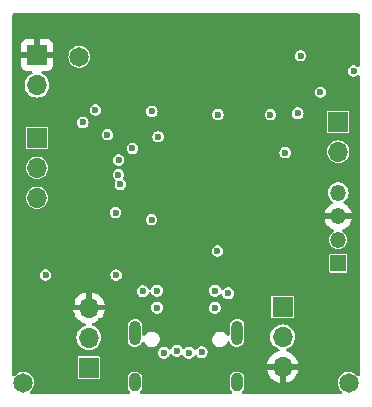
<source format=gbr>
%TF.GenerationSoftware,KiCad,Pcbnew,7.0.6-rc3*%
%TF.CreationDate,2023-07-14T23:43:47-04:00*%
%TF.ProjectId,esp,6573702e-6b69-4636-9164-5f7063625858,rev?*%
%TF.SameCoordinates,Original*%
%TF.FileFunction,Copper,L2,Inr*%
%TF.FilePolarity,Positive*%
%FSLAX46Y46*%
G04 Gerber Fmt 4.6, Leading zero omitted, Abs format (unit mm)*
G04 Created by KiCad (PCBNEW 7.0.6-rc3) date 2023-07-14 23:43:47*
%MOMM*%
%LPD*%
G01*
G04 APERTURE LIST*
%TA.AperFunction,ComponentPad*%
%ADD10O,1.000000X2.100000*%
%TD*%
%TA.AperFunction,ComponentPad*%
%ADD11O,1.000000X1.600000*%
%TD*%
%TA.AperFunction,ComponentPad*%
%ADD12R,1.700000X1.700000*%
%TD*%
%TA.AperFunction,ComponentPad*%
%ADD13O,1.700000X1.700000*%
%TD*%
%TA.AperFunction,ComponentPad*%
%ADD14C,1.650000*%
%TD*%
%TA.AperFunction,ComponentPad*%
%ADD15R,1.350000X1.350000*%
%TD*%
%TA.AperFunction,ComponentPad*%
%ADD16O,1.350000X1.350000*%
%TD*%
%TA.AperFunction,ViaPad*%
%ADD17C,0.600000*%
%TD*%
G04 APERTURE END LIST*
D10*
%TO.N,unconnected-(P301-SHIELD-PadS1)*%
%TO.C,P301*%
X113900000Y-90890000D03*
D11*
X113900000Y-95070000D03*
D10*
X122540000Y-90890000D03*
D11*
X122540000Y-95070000D03*
%TD*%
D12*
%TO.N,+1V65*%
%TO.C,R101*%
X131105000Y-73000000D03*
D13*
%TO.N,/esp32/PHOTORESISTOR_IN*%
X131105000Y-75540000D03*
%TD*%
D14*
%TO.N,*%
%TO.C,REF\u002A\u002A*%
X104440000Y-95100000D03*
%TD*%
%TO.N,*%
%TO.C,REF\u002A\u002A*%
X109190000Y-67500000D03*
%TD*%
D15*
%TO.N,/UART_TX*%
%TO.C,J104*%
X131100000Y-85000000D03*
D16*
%TO.N,/UART_RX*%
X131100000Y-83000000D03*
%TO.N,GND*%
X131100000Y-81000000D03*
%TO.N,+5V*%
X131100000Y-79000000D03*
%TD*%
D12*
%TO.N,/D0*%
%TO.C,J105*%
X105600000Y-74360000D03*
D13*
%TO.N,/D1*%
X105600000Y-76900000D03*
%TO.N,/D2*%
X105600000Y-79440000D03*
%TD*%
D14*
%TO.N,*%
%TO.C,REF\u002A\u002A*%
X131990000Y-95100000D03*
%TD*%
D12*
%TO.N,/SERVO_B*%
%TO.C,J102*%
X126395000Y-88675000D03*
D13*
%TO.N,+5V*%
X126395000Y-91215000D03*
%TO.N,GND*%
X126395000Y-93755000D03*
%TD*%
D12*
%TO.N,/SERVO_A*%
%TO.C,J101*%
X109990000Y-93810000D03*
D13*
%TO.N,+5V*%
X109990000Y-91270000D03*
%TO.N,GND*%
X109990000Y-88730000D03*
%TD*%
D12*
%TO.N,GND*%
%TO.C,J103*%
X105600000Y-67360000D03*
D13*
%TO.N,+5V*%
X105600000Y-69900000D03*
%TD*%
D17*
%TO.N,GND*%
X132000000Y-92703138D03*
X132000000Y-91203138D03*
X132000000Y-89703138D03*
X132000000Y-88203138D03*
X132000000Y-65703138D03*
X132000000Y-64203138D03*
X130500000Y-94203138D03*
X130500000Y-92703138D03*
X130500000Y-91203138D03*
X130500000Y-89703138D03*
X130500000Y-88203138D03*
X130500000Y-65703138D03*
X130500000Y-64203138D03*
X129000000Y-94203138D03*
X129000000Y-92703138D03*
X129000000Y-91203138D03*
X127500000Y-70203138D03*
X124500000Y-94203138D03*
X124500000Y-70203138D03*
X123000000Y-65703138D03*
X123000000Y-64203138D03*
X121500000Y-70203138D03*
X121500000Y-68703138D03*
X121500000Y-67203138D03*
X121500000Y-65703138D03*
X121500000Y-64203138D03*
X120000000Y-65703138D03*
X120000000Y-64203138D03*
X115500000Y-68703138D03*
X114000000Y-70203138D03*
X114000000Y-68703138D03*
X114000000Y-67203138D03*
X114000000Y-65703138D03*
X112500000Y-70203138D03*
X112500000Y-68703138D03*
X112500000Y-67203138D03*
X112500000Y-65703138D03*
X111000000Y-70203138D03*
X111000000Y-68703138D03*
X111000000Y-67203138D03*
X111000000Y-65703138D03*
X111000000Y-64203138D03*
X109500000Y-65703138D03*
X109500000Y-64203138D03*
X108000000Y-65703138D03*
X108000000Y-64203138D03*
X106500000Y-89703138D03*
X106500000Y-88203138D03*
X106500000Y-65703138D03*
X106500000Y-64203138D03*
X105000000Y-71703138D03*
X105000000Y-65703138D03*
X105000000Y-64203138D03*
X104150000Y-92480000D03*
X104150000Y-90040000D03*
X104150000Y-87880000D03*
%TO.N,+3V3*%
X132400000Y-68700000D03*
X115300000Y-81290000D03*
X120920000Y-72400000D03*
X125360000Y-72400000D03*
X115330000Y-72130000D03*
X126610000Y-75620000D03*
X127920000Y-67410000D03*
%TO.N,/esp32/PHOTORESISTOR_IN*%
X129600000Y-70500000D03*
X115850000Y-74270000D03*
%TO.N,/esp32/RESET*%
X106330000Y-85980000D03*
X111560000Y-74090000D03*
%TO.N,GND*%
X126810000Y-87330000D03*
X130400000Y-68700000D03*
X119180000Y-75150000D03*
X123910000Y-76270000D03*
X126350000Y-81160000D03*
X115550000Y-65720000D03*
X127090000Y-83740000D03*
X115810000Y-66400000D03*
X124770000Y-81190000D03*
X115260000Y-82300000D03*
X109920000Y-79940000D03*
X121040000Y-78160000D03*
X117510000Y-64970000D03*
X112480000Y-79510000D03*
X116150000Y-76300000D03*
X119170000Y-71560000D03*
X115350000Y-64200000D03*
X119440000Y-73200000D03*
X115220000Y-95270000D03*
X122110000Y-86280000D03*
X117500000Y-79000000D03*
X121470000Y-81090000D03*
X115950000Y-85030000D03*
X112900000Y-85330000D03*
X119800000Y-88400000D03*
X111640000Y-88250000D03*
X121170000Y-85420000D03*
X121900000Y-75000000D03*
X112750000Y-75290000D03*
X115240000Y-92800000D03*
X116340000Y-71590000D03*
X109530000Y-85150000D03*
X116770000Y-81840000D03*
X116920000Y-68940000D03*
X118160000Y-82700000D03*
X119990000Y-70490000D03*
X111620000Y-84990000D03*
X117810000Y-84740000D03*
X119910000Y-69870000D03*
X111040000Y-89830000D03*
X116530000Y-95280000D03*
X117500000Y-77690000D03*
X112950000Y-93930000D03*
X116260000Y-81150000D03*
X110710000Y-74030000D03*
X113000000Y-81130000D03*
X117190000Y-81110000D03*
X126550000Y-78420000D03*
X108040000Y-85150000D03*
X106550000Y-86800000D03*
X120100000Y-73320000D03*
X125030000Y-85490000D03*
X117840000Y-65670000D03*
X127050000Y-80020000D03*
X121930000Y-75970000D03*
X107040000Y-77050000D03*
X129500000Y-69500000D03*
X109920000Y-76890000D03*
X125150000Y-77880000D03*
X121449500Y-79420000D03*
X116660000Y-70470000D03*
X119200000Y-72430000D03*
X111080000Y-92480000D03*
X124070000Y-84890000D03*
X108560000Y-89350000D03*
X119640000Y-69100000D03*
X118920000Y-68280000D03*
X125580000Y-82180000D03*
X108600000Y-88380000D03*
X124020000Y-82180000D03*
X107040000Y-74040000D03*
X116670000Y-67550000D03*
X116770000Y-69700000D03*
X119800000Y-87000000D03*
X116150000Y-79000000D03*
X113390000Y-89380000D03*
X122340000Y-88420000D03*
X120000000Y-84060000D03*
X108620000Y-91010000D03*
X122130000Y-78380000D03*
X122890000Y-76280000D03*
X116910000Y-68230000D03*
X119760000Y-95300000D03*
X116700000Y-88600000D03*
X116220000Y-66990000D03*
X123920000Y-81160000D03*
X123160000Y-81140000D03*
X108660000Y-72900000D03*
X119560000Y-68410000D03*
X121110000Y-95260000D03*
X131400000Y-68700000D03*
X114750000Y-89010000D03*
X118090000Y-95260000D03*
X123120000Y-84020000D03*
X114800000Y-77690000D03*
X117440000Y-64220000D03*
X125560000Y-81180000D03*
X116040000Y-70940000D03*
X122930000Y-93700000D03*
X114000000Y-89000000D03*
X109950000Y-71440000D03*
X126990000Y-79150000D03*
X117500000Y-76300000D03*
X118640000Y-66910000D03*
X125730000Y-84080000D03*
X118280000Y-66260000D03*
X129930000Y-82150000D03*
X119000000Y-88400000D03*
X122990000Y-89200000D03*
X116150000Y-77690000D03*
X119400000Y-87600000D03*
X115760000Y-83850000D03*
X122300000Y-89200000D03*
X114800000Y-76300000D03*
X122330000Y-81160000D03*
X132280000Y-74440000D03*
X115400000Y-64930000D03*
X123060000Y-71300000D03*
X119930000Y-81160000D03*
X106500000Y-94500000D03*
X118830000Y-67580000D03*
X125920000Y-78290000D03*
X114800000Y-79000000D03*
X117000000Y-87700000D03*
X111680000Y-83810000D03*
X129930000Y-84410000D03*
X113060000Y-83850000D03*
X107000000Y-79150000D03*
X119410000Y-70840000D03*
%TO.N,+5V*%
X121790000Y-87530000D03*
X127670000Y-72290000D03*
X115770000Y-88740000D03*
X115770000Y-87300000D03*
X120670000Y-88750000D03*
X114570000Y-87350000D03*
X120670000Y-87300000D03*
%TO.N,/power-usb/NOFILTER_D+*%
X117419317Y-92389317D03*
X119540000Y-92510000D03*
%TO.N,/power-usb/NOFILTER_D-*%
X116340000Y-92560000D03*
X118460000Y-92560000D03*
%TO.N,/esp32/BOOT*%
X112260000Y-80690000D03*
X112300000Y-85980000D03*
%TO.N,/SERVO_A*%
X112650000Y-78300000D03*
%TO.N,/SERVO_B*%
X120880000Y-83950000D03*
X112490000Y-77480000D03*
%TO.N,/D0*%
X110550000Y-72010000D03*
X113680000Y-75260000D03*
%TO.N,/D1*%
X109480000Y-73060000D03*
X112520000Y-76230000D03*
%TD*%
%TA.AperFunction,Conductor*%
%TO.N,GND*%
G36*
X132862539Y-63839685D02*
G01*
X132908294Y-63892489D01*
X132919500Y-63944000D01*
X132919500Y-68236296D01*
X132899815Y-68303335D01*
X132847011Y-68349090D01*
X132777853Y-68359034D01*
X132726777Y-68335711D01*
X132725357Y-68337922D01*
X132601661Y-68258427D01*
X132601656Y-68258425D01*
X132469087Y-68219500D01*
X132469085Y-68219500D01*
X132330915Y-68219500D01*
X132330912Y-68219500D01*
X132198343Y-68258425D01*
X132198338Y-68258427D01*
X132082108Y-68333124D01*
X132082106Y-68333126D01*
X132082104Y-68333127D01*
X132082104Y-68333128D01*
X132002063Y-68425500D01*
X131991621Y-68437551D01*
X131991620Y-68437552D01*
X131934222Y-68563234D01*
X131914559Y-68700000D01*
X131934222Y-68836765D01*
X131982902Y-68943358D01*
X131991621Y-68962449D01*
X132082104Y-69066872D01*
X132082106Y-69066873D01*
X132082108Y-69066875D01*
X132198338Y-69141572D01*
X132198343Y-69141574D01*
X132330912Y-69180499D01*
X132330914Y-69180500D01*
X132330915Y-69180500D01*
X132469086Y-69180500D01*
X132469086Y-69180499D01*
X132601659Y-69141573D01*
X132601661Y-69141572D01*
X132725357Y-69062078D01*
X132726779Y-69064291D01*
X132777845Y-69040966D01*
X132847004Y-69050905D01*
X132899811Y-69096656D01*
X132919500Y-69163695D01*
X132919500Y-94426144D01*
X132899815Y-94493183D01*
X132847011Y-94538938D01*
X132777853Y-94548882D01*
X132714297Y-94519857D01*
X132703350Y-94509116D01*
X132612697Y-94408435D01*
X132612694Y-94408433D01*
X132612693Y-94408432D01*
X132612692Y-94408431D01*
X132511571Y-94334962D01*
X132455297Y-94294076D01*
X132318848Y-94233326D01*
X132277571Y-94214949D01*
X132277569Y-94214948D01*
X132087274Y-94174500D01*
X131892726Y-94174500D01*
X131702431Y-94214948D01*
X131524702Y-94294076D01*
X131367305Y-94408433D01*
X131367302Y-94408435D01*
X131237129Y-94553009D01*
X131139857Y-94721488D01*
X131139856Y-94721489D01*
X131079738Y-94906516D01*
X131059402Y-95099999D01*
X131079738Y-95293483D01*
X131139856Y-95478510D01*
X131139857Y-95478511D01*
X131212275Y-95603942D01*
X131237130Y-95646992D01*
X131263393Y-95676160D01*
X131367302Y-95791564D01*
X131367311Y-95791571D01*
X131386045Y-95805183D01*
X131428711Y-95860513D01*
X131434689Y-95930126D01*
X131402083Y-95991921D01*
X131341243Y-96026278D01*
X131313159Y-96029500D01*
X123072156Y-96029500D01*
X123005117Y-96009815D01*
X122959362Y-95957011D01*
X122949418Y-95887853D01*
X122978443Y-95824297D01*
X122981764Y-95820616D01*
X123054136Y-95743547D01*
X123054135Y-95743547D01*
X123054139Y-95743544D01*
X123130883Y-95603947D01*
X123170500Y-95449651D01*
X123170500Y-94730334D01*
X123169382Y-94721488D01*
X123165448Y-94690346D01*
X123155545Y-94611955D01*
X123096903Y-94463840D01*
X123003268Y-94334963D01*
X122880524Y-94233420D01*
X122880522Y-94233419D01*
X122880521Y-94233418D01*
X122736384Y-94165593D01*
X122579904Y-94135743D01*
X122579900Y-94135743D01*
X122420915Y-94145746D01*
X122269414Y-94194971D01*
X122237936Y-94214948D01*
X122134910Y-94280330D01*
X122134908Y-94280332D01*
X122134905Y-94280334D01*
X122025863Y-94396452D01*
X122025857Y-94396460D01*
X121949118Y-94536049D01*
X121949115Y-94536057D01*
X121909500Y-94690346D01*
X121909500Y-95409675D01*
X121924454Y-95528039D01*
X121924456Y-95528048D01*
X121974942Y-95655564D01*
X121983097Y-95676160D01*
X122076732Y-95805037D01*
X122076733Y-95805038D01*
X122076734Y-95805039D01*
X122076737Y-95805042D01*
X122082679Y-95809958D01*
X122121786Y-95867858D01*
X122123381Y-95937709D01*
X122086958Y-95997335D01*
X122024082Y-96027803D01*
X122003637Y-96029500D01*
X114432156Y-96029500D01*
X114365117Y-96009815D01*
X114319362Y-95957011D01*
X114309418Y-95887853D01*
X114338443Y-95824297D01*
X114341764Y-95820616D01*
X114414136Y-95743547D01*
X114414135Y-95743547D01*
X114414139Y-95743544D01*
X114490883Y-95603947D01*
X114530500Y-95449651D01*
X114530500Y-94730334D01*
X114529382Y-94721488D01*
X114525448Y-94690346D01*
X114515545Y-94611955D01*
X114456903Y-94463840D01*
X114363268Y-94334963D01*
X114240524Y-94233420D01*
X114240522Y-94233419D01*
X114240521Y-94233418D01*
X114096384Y-94165593D01*
X113939904Y-94135743D01*
X113939900Y-94135743D01*
X113780915Y-94145746D01*
X113629414Y-94194971D01*
X113597936Y-94214948D01*
X113494910Y-94280330D01*
X113494908Y-94280332D01*
X113494905Y-94280334D01*
X113385863Y-94396452D01*
X113385857Y-94396460D01*
X113309118Y-94536049D01*
X113309115Y-94536057D01*
X113269500Y-94690346D01*
X113269500Y-95409675D01*
X113284454Y-95528039D01*
X113284456Y-95528048D01*
X113334942Y-95655564D01*
X113343097Y-95676160D01*
X113436732Y-95805037D01*
X113436733Y-95805038D01*
X113436734Y-95805039D01*
X113436737Y-95805042D01*
X113442679Y-95809958D01*
X113481786Y-95867858D01*
X113483381Y-95937709D01*
X113446958Y-95997335D01*
X113384082Y-96027803D01*
X113363637Y-96029500D01*
X105116841Y-96029500D01*
X105049802Y-96009815D01*
X105004047Y-95957011D01*
X104994103Y-95887853D01*
X105023128Y-95824297D01*
X105043955Y-95805183D01*
X105052362Y-95799073D01*
X105062692Y-95791569D01*
X105192870Y-95646992D01*
X105290144Y-95478508D01*
X105350262Y-95293482D01*
X105370598Y-95100000D01*
X105350262Y-94906518D01*
X105290144Y-94721492D01*
X105290143Y-94721491D01*
X105290143Y-94721489D01*
X105290142Y-94721488D01*
X105260354Y-94669894D01*
X109039500Y-94669894D01*
X109039501Y-94669902D01*
X109045330Y-94699212D01*
X109067542Y-94732457D01*
X109084219Y-94743599D01*
X109100787Y-94754669D01*
X109100790Y-94754669D01*
X109100791Y-94754670D01*
X109110647Y-94756630D01*
X109130101Y-94760500D01*
X110849898Y-94760499D01*
X110879213Y-94754669D01*
X110912457Y-94732457D01*
X110934669Y-94699213D01*
X110940500Y-94669899D01*
X110940500Y-94005000D01*
X125064364Y-94005000D01*
X125121567Y-94218486D01*
X125121570Y-94218492D01*
X125221399Y-94432578D01*
X125356894Y-94626082D01*
X125523917Y-94793105D01*
X125717421Y-94928600D01*
X125931507Y-95028429D01*
X125931516Y-95028433D01*
X126145000Y-95085634D01*
X126145000Y-94190501D01*
X126252685Y-94239680D01*
X126359237Y-94255000D01*
X126430763Y-94255000D01*
X126537315Y-94239680D01*
X126645000Y-94190501D01*
X126645000Y-95085633D01*
X126858483Y-95028433D01*
X126858492Y-95028429D01*
X127072578Y-94928600D01*
X127266082Y-94793105D01*
X127433105Y-94626082D01*
X127568600Y-94432578D01*
X127668429Y-94218492D01*
X127668432Y-94218486D01*
X127725636Y-94005000D01*
X126828686Y-94005000D01*
X126854493Y-93964844D01*
X126895000Y-93826889D01*
X126895000Y-93683111D01*
X126854493Y-93545156D01*
X126828686Y-93505000D01*
X127725636Y-93505000D01*
X127725635Y-93504999D01*
X127668432Y-93291513D01*
X127668429Y-93291507D01*
X127568600Y-93077422D01*
X127568599Y-93077420D01*
X127433113Y-92883926D01*
X127433108Y-92883920D01*
X127266082Y-92716894D01*
X127072578Y-92581399D01*
X126858492Y-92481570D01*
X126858486Y-92481567D01*
X126736349Y-92448841D01*
X126676689Y-92412476D01*
X126646160Y-92349629D01*
X126654455Y-92280253D01*
X126698940Y-92226375D01*
X126732444Y-92210407D01*
X126798954Y-92190232D01*
X126981450Y-92092685D01*
X127141410Y-91961410D01*
X127272685Y-91801450D01*
X127370232Y-91618954D01*
X127430300Y-91420934D01*
X127450583Y-91215000D01*
X127430300Y-91009066D01*
X127370232Y-90811046D01*
X127272685Y-90628550D01*
X127186547Y-90523590D01*
X127141410Y-90468589D01*
X126981452Y-90337317D01*
X126981453Y-90337317D01*
X126981450Y-90337315D01*
X126798954Y-90239768D01*
X126600934Y-90179700D01*
X126600932Y-90179699D01*
X126600934Y-90179699D01*
X126395000Y-90159417D01*
X126189067Y-90179699D01*
X125991043Y-90239769D01*
X125888151Y-90294767D01*
X125808550Y-90337315D01*
X125808548Y-90337316D01*
X125808547Y-90337317D01*
X125648589Y-90468589D01*
X125517317Y-90628547D01*
X125419769Y-90811043D01*
X125359699Y-91009067D01*
X125339417Y-91214999D01*
X125359699Y-91420932D01*
X125359700Y-91420934D01*
X125419768Y-91618954D01*
X125517315Y-91801450D01*
X125517317Y-91801452D01*
X125648589Y-91961410D01*
X125701377Y-92004731D01*
X125808550Y-92092685D01*
X125991046Y-92190232D01*
X126057551Y-92210405D01*
X126115989Y-92248702D01*
X126144446Y-92312514D01*
X126133887Y-92381581D01*
X126087663Y-92433975D01*
X126053650Y-92448841D01*
X125931514Y-92481567D01*
X125931507Y-92481570D01*
X125717422Y-92581399D01*
X125717420Y-92581400D01*
X125523926Y-92716886D01*
X125523920Y-92716891D01*
X125356891Y-92883920D01*
X125356886Y-92883926D01*
X125221400Y-93077420D01*
X125221399Y-93077422D01*
X125121570Y-93291507D01*
X125121567Y-93291513D01*
X125064364Y-93504999D01*
X125064364Y-93505000D01*
X125961314Y-93505000D01*
X125935507Y-93545156D01*
X125895000Y-93683111D01*
X125895000Y-93826889D01*
X125935507Y-93964844D01*
X125961314Y-94005000D01*
X125064364Y-94005000D01*
X110940500Y-94005000D01*
X110940499Y-92950102D01*
X110934669Y-92920787D01*
X110917163Y-92894586D01*
X110912457Y-92887542D01*
X110879214Y-92865332D01*
X110879215Y-92865332D01*
X110879213Y-92865331D01*
X110879211Y-92865330D01*
X110879208Y-92865329D01*
X110849901Y-92859500D01*
X109130105Y-92859500D01*
X109130097Y-92859501D01*
X109100787Y-92865330D01*
X109067542Y-92887542D01*
X109045332Y-92920785D01*
X109045329Y-92920791D01*
X109039500Y-92950098D01*
X109039500Y-94669894D01*
X105260354Y-94669894D01*
X105226903Y-94611955D01*
X105192870Y-94553008D01*
X105139003Y-94493183D01*
X105062697Y-94408435D01*
X105062694Y-94408433D01*
X105062693Y-94408432D01*
X105062692Y-94408431D01*
X104961571Y-94334962D01*
X104905297Y-94294076D01*
X104768848Y-94233326D01*
X104727571Y-94214949D01*
X104727569Y-94214948D01*
X104537274Y-94174500D01*
X104342726Y-94174500D01*
X104152431Y-94214948D01*
X103974702Y-94294076D01*
X103817305Y-94408433D01*
X103817302Y-94408435D01*
X103736650Y-94498010D01*
X103677163Y-94534659D01*
X103607306Y-94533328D01*
X103549258Y-94494442D01*
X103521448Y-94430345D01*
X103520500Y-94415038D01*
X103520500Y-92560000D01*
X115831120Y-92560000D01*
X115851732Y-92703363D01*
X115851734Y-92703371D01*
X115911900Y-92835117D01*
X115911905Y-92835125D01*
X116006751Y-92944584D01*
X116006753Y-92944585D01*
X116006754Y-92944586D01*
X116128604Y-93022894D01*
X116128605Y-93022894D01*
X116128608Y-93022896D01*
X116267576Y-93063699D01*
X116267578Y-93063700D01*
X116267579Y-93063700D01*
X116412422Y-93063700D01*
X116412422Y-93063699D01*
X116473143Y-93045870D01*
X116551391Y-93022896D01*
X116551392Y-93022895D01*
X116551396Y-93022894D01*
X116673246Y-92944586D01*
X116673248Y-92944584D01*
X116768094Y-92835125D01*
X116768094Y-92835124D01*
X116768097Y-92835121D01*
X116815999Y-92730230D01*
X116861751Y-92677430D01*
X116928790Y-92657745D01*
X116995830Y-92677429D01*
X117022504Y-92700542D01*
X117086071Y-92773903D01*
X117207921Y-92852211D01*
X117207922Y-92852211D01*
X117207925Y-92852213D01*
X117346893Y-92893016D01*
X117346895Y-92893017D01*
X117346896Y-92893017D01*
X117491739Y-92893017D01*
X117491739Y-92893016D01*
X117552460Y-92875187D01*
X117630708Y-92852213D01*
X117630709Y-92852212D01*
X117630713Y-92852211D01*
X117752563Y-92773903D01*
X117790830Y-92729740D01*
X117849605Y-92691967D01*
X117919474Y-92691965D01*
X117978253Y-92729738D01*
X117997336Y-92759431D01*
X118031902Y-92835119D01*
X118031905Y-92835125D01*
X118126751Y-92944584D01*
X118126753Y-92944585D01*
X118126754Y-92944586D01*
X118248604Y-93022894D01*
X118248605Y-93022894D01*
X118248608Y-93022896D01*
X118387576Y-93063699D01*
X118387578Y-93063700D01*
X118387579Y-93063700D01*
X118532422Y-93063700D01*
X118532422Y-93063699D01*
X118593143Y-93045870D01*
X118671391Y-93022896D01*
X118671392Y-93022895D01*
X118671396Y-93022894D01*
X118793246Y-92944586D01*
X118793248Y-92944584D01*
X118888094Y-92835125D01*
X118888094Y-92835124D01*
X118888097Y-92835121D01*
X118900141Y-92808747D01*
X118945894Y-92755945D01*
X119012933Y-92736259D01*
X119079973Y-92755942D01*
X119106649Y-92779057D01*
X119111902Y-92785120D01*
X119111903Y-92785121D01*
X119132377Y-92808749D01*
X119205393Y-92893016D01*
X119206754Y-92894586D01*
X119328604Y-92972894D01*
X119328605Y-92972894D01*
X119328608Y-92972896D01*
X119467576Y-93013699D01*
X119467578Y-93013700D01*
X119467579Y-93013700D01*
X119612422Y-93013700D01*
X119612422Y-93013699D01*
X119673143Y-92995870D01*
X119751391Y-92972896D01*
X119751392Y-92972895D01*
X119751396Y-92972894D01*
X119873246Y-92894586D01*
X119874606Y-92893017D01*
X119968094Y-92785125D01*
X119968095Y-92785123D01*
X119968097Y-92785121D01*
X120028267Y-92653368D01*
X120048880Y-92510000D01*
X120028267Y-92366632D01*
X120003552Y-92312514D01*
X119968099Y-92234882D01*
X119968094Y-92234874D01*
X119873248Y-92125415D01*
X119795578Y-92075500D01*
X119751396Y-92047106D01*
X119751395Y-92047105D01*
X119751391Y-92047103D01*
X119612423Y-92006300D01*
X119612421Y-92006300D01*
X119467579Y-92006300D01*
X119467576Y-92006300D01*
X119328608Y-92047103D01*
X119206751Y-92125415D01*
X119111905Y-92234874D01*
X119111901Y-92234881D01*
X119099857Y-92261254D01*
X119054102Y-92314057D01*
X118987062Y-92333740D01*
X118920023Y-92314054D01*
X118893350Y-92290942D01*
X118888097Y-92284880D01*
X118888097Y-92284879D01*
X118793246Y-92175414D01*
X118671396Y-92097106D01*
X118671395Y-92097105D01*
X118671391Y-92097103D01*
X118532423Y-92056300D01*
X118532421Y-92056300D01*
X118387579Y-92056300D01*
X118387576Y-92056300D01*
X118248608Y-92097103D01*
X118126752Y-92175414D01*
X118088487Y-92219576D01*
X118029709Y-92257350D01*
X117959839Y-92257350D01*
X117901061Y-92219576D01*
X117881980Y-92189884D01*
X117847416Y-92114199D01*
X117847411Y-92114191D01*
X117752565Y-92004732D01*
X117635765Y-91929670D01*
X117630713Y-91926423D01*
X117630712Y-91926422D01*
X117630708Y-91926420D01*
X117491740Y-91885617D01*
X117491738Y-91885617D01*
X117346896Y-91885617D01*
X117346893Y-91885617D01*
X117207925Y-91926420D01*
X117086068Y-92004732D01*
X116991222Y-92114191D01*
X116991219Y-92114197D01*
X116943319Y-92219083D01*
X116897564Y-92271887D01*
X116830524Y-92291571D01*
X116763485Y-92271886D01*
X116736811Y-92248773D01*
X116736749Y-92248702D01*
X116673246Y-92175414D01*
X116551396Y-92097106D01*
X116551395Y-92097105D01*
X116551391Y-92097103D01*
X116412423Y-92056300D01*
X116412421Y-92056300D01*
X116267579Y-92056300D01*
X116267576Y-92056300D01*
X116128608Y-92097103D01*
X116006751Y-92175415D01*
X115911905Y-92284874D01*
X115911900Y-92284882D01*
X115851734Y-92416628D01*
X115851732Y-92416636D01*
X115831120Y-92560000D01*
X103520500Y-92560000D01*
X103520500Y-88980000D01*
X108659364Y-88980000D01*
X108716567Y-89193486D01*
X108716570Y-89193492D01*
X108816399Y-89407578D01*
X108951894Y-89601082D01*
X109118917Y-89768105D01*
X109312421Y-89903600D01*
X109526507Y-90003429D01*
X109526516Y-90003433D01*
X109648649Y-90036158D01*
X109708310Y-90072523D01*
X109738839Y-90135369D01*
X109730545Y-90204745D01*
X109686059Y-90258623D01*
X109652552Y-90274593D01*
X109586046Y-90294767D01*
X109455358Y-90364622D01*
X109403550Y-90392315D01*
X109403548Y-90392316D01*
X109403547Y-90392317D01*
X109243589Y-90523589D01*
X109112317Y-90683547D01*
X109014769Y-90866043D01*
X108954699Y-91064067D01*
X108934417Y-91269999D01*
X108954699Y-91475932D01*
X108967960Y-91519648D01*
X109014768Y-91673954D01*
X109112315Y-91856450D01*
X109112317Y-91856452D01*
X109243589Y-92016410D01*
X109315592Y-92075500D01*
X109403550Y-92147685D01*
X109586046Y-92245232D01*
X109784066Y-92305300D01*
X109784065Y-92305300D01*
X109802529Y-92307118D01*
X109990000Y-92325583D01*
X110195934Y-92305300D01*
X110393954Y-92245232D01*
X110576450Y-92147685D01*
X110736410Y-92016410D01*
X110867685Y-91856450D01*
X110965232Y-91673954D01*
X111024165Y-91479675D01*
X113269500Y-91479675D01*
X113284454Y-91598039D01*
X113284456Y-91598048D01*
X113325342Y-91701317D01*
X113343097Y-91746160D01*
X113436732Y-91875037D01*
X113559476Y-91976580D01*
X113703616Y-92044407D01*
X113860096Y-92074257D01*
X114019083Y-92064254D01*
X114170587Y-92015028D01*
X114305090Y-91929670D01*
X114414139Y-91813544D01*
X114490883Y-91673947D01*
X114490886Y-91673934D01*
X114491733Y-91671798D01*
X114492854Y-91670360D01*
X114494641Y-91667111D01*
X114495164Y-91667399D01*
X114534711Y-91616710D01*
X114600648Y-91593602D01*
X114668612Y-91609812D01*
X114717023Y-91660192D01*
X114724958Y-91679117D01*
X114732171Y-91701315D01*
X114732171Y-91701316D01*
X114732172Y-91701317D01*
X114820914Y-91841152D01*
X114941644Y-91954526D01*
X114941647Y-91954528D01*
X114941649Y-91954529D01*
X115086772Y-92034311D01*
X115086776Y-92034313D01*
X115247191Y-92075500D01*
X115247195Y-92075500D01*
X115371240Y-92075500D01*
X115371242Y-92075500D01*
X115371247Y-92075499D01*
X115371251Y-92075499D01*
X115384590Y-92073813D01*
X115494312Y-92059953D01*
X115648299Y-91998985D01*
X115782287Y-91901637D01*
X115887856Y-91774026D01*
X115958373Y-91624171D01*
X115989406Y-91461486D01*
X115984186Y-91378516D01*
X120450594Y-91378516D01*
X120460993Y-91543804D01*
X120460993Y-91543807D01*
X120500016Y-91663906D01*
X120512172Y-91701317D01*
X120600914Y-91841152D01*
X120721644Y-91954526D01*
X120721647Y-91954528D01*
X120721649Y-91954529D01*
X120866772Y-92034311D01*
X120866776Y-92034313D01*
X121027191Y-92075500D01*
X121027195Y-92075500D01*
X121151240Y-92075500D01*
X121151242Y-92075500D01*
X121151247Y-92075499D01*
X121151251Y-92075499D01*
X121164590Y-92073813D01*
X121274312Y-92059953D01*
X121428299Y-91998985D01*
X121562287Y-91901637D01*
X121667856Y-91774026D01*
X121723040Y-91656754D01*
X121769394Y-91604478D01*
X121836654Y-91585560D01*
X121903465Y-91606009D01*
X121948613Y-91659332D01*
X121950527Y-91663898D01*
X121983097Y-91746160D01*
X122076732Y-91875037D01*
X122199476Y-91976580D01*
X122343616Y-92044407D01*
X122500096Y-92074257D01*
X122659083Y-92064254D01*
X122810587Y-92015028D01*
X122945090Y-91929670D01*
X123054139Y-91813544D01*
X123130883Y-91673947D01*
X123170500Y-91519651D01*
X123170500Y-90300334D01*
X123155545Y-90181955D01*
X123096903Y-90033840D01*
X123003268Y-89904963D01*
X122880524Y-89803420D01*
X122880522Y-89803419D01*
X122880521Y-89803418D01*
X122736384Y-89735593D01*
X122579904Y-89705743D01*
X122579900Y-89705743D01*
X122420915Y-89715746D01*
X122269414Y-89764971D01*
X122264476Y-89768105D01*
X122134910Y-89850330D01*
X122134908Y-89850332D01*
X122134905Y-89850334D01*
X122025863Y-89966452D01*
X122025857Y-89966460D01*
X121949118Y-90106049D01*
X121949115Y-90106057D01*
X121909500Y-90260346D01*
X121909500Y-91029655D01*
X121889815Y-91096694D01*
X121837011Y-91142449D01*
X121767853Y-91152393D01*
X121704297Y-91123368D01*
X121680804Y-91096098D01*
X121619090Y-90998853D01*
X121619087Y-90998850D01*
X121619086Y-90998848D01*
X121498356Y-90885474D01*
X121498353Y-90885472D01*
X121498350Y-90885470D01*
X121353227Y-90805688D01*
X121353217Y-90805685D01*
X121192812Y-90764500D01*
X121192809Y-90764500D01*
X121068758Y-90764500D01*
X121068748Y-90764500D01*
X120945688Y-90780047D01*
X120945686Y-90780047D01*
X120791702Y-90841014D01*
X120791693Y-90841019D01*
X120657715Y-90938360D01*
X120657712Y-90938363D01*
X120552144Y-91065972D01*
X120481626Y-91215831D01*
X120450594Y-91378516D01*
X115984186Y-91378516D01*
X115979007Y-91296195D01*
X115927828Y-91138683D01*
X115839086Y-90998848D01*
X115718356Y-90885474D01*
X115718353Y-90885472D01*
X115718350Y-90885470D01*
X115573227Y-90805688D01*
X115573217Y-90805685D01*
X115412812Y-90764500D01*
X115412809Y-90764500D01*
X115288758Y-90764500D01*
X115288748Y-90764500D01*
X115165688Y-90780047D01*
X115165686Y-90780047D01*
X115011702Y-90841014D01*
X115011693Y-90841019D01*
X114877715Y-90938360D01*
X114877712Y-90938363D01*
X114772144Y-91065973D01*
X114766698Y-91077547D01*
X114720342Y-91129824D01*
X114653081Y-91148740D01*
X114586271Y-91128290D01*
X114541124Y-91074966D01*
X114530500Y-91024748D01*
X114530500Y-90300335D01*
X114530499Y-90300324D01*
X114522849Y-90239769D01*
X114515545Y-90181955D01*
X114456903Y-90033840D01*
X114363268Y-89904963D01*
X114240524Y-89803420D01*
X114240522Y-89803419D01*
X114240521Y-89803418D01*
X114096384Y-89735593D01*
X113939904Y-89705743D01*
X113939900Y-89705743D01*
X113780915Y-89715746D01*
X113629414Y-89764971D01*
X113624476Y-89768105D01*
X113494910Y-89850330D01*
X113494908Y-89850332D01*
X113494905Y-89850334D01*
X113385863Y-89966452D01*
X113385857Y-89966460D01*
X113309118Y-90106049D01*
X113309115Y-90106057D01*
X113269500Y-90260346D01*
X113269500Y-91479675D01*
X111024165Y-91479675D01*
X111025300Y-91475934D01*
X111045583Y-91270000D01*
X111025300Y-91064066D01*
X110965232Y-90866046D01*
X110867685Y-90683550D01*
X110815702Y-90620209D01*
X110736410Y-90523589D01*
X110576452Y-90392317D01*
X110576453Y-90392317D01*
X110576450Y-90392315D01*
X110393954Y-90294768D01*
X110327447Y-90274593D01*
X110269009Y-90236296D01*
X110240553Y-90172484D01*
X110251113Y-90103417D01*
X110297337Y-90051023D01*
X110331350Y-90036158D01*
X110453483Y-90003433D01*
X110453492Y-90003429D01*
X110667578Y-89903600D01*
X110861082Y-89768105D01*
X111028105Y-89601082D01*
X111074451Y-89534894D01*
X125444500Y-89534894D01*
X125444501Y-89534902D01*
X125450330Y-89564212D01*
X125472542Y-89597457D01*
X125477968Y-89601082D01*
X125505787Y-89619669D01*
X125505790Y-89619669D01*
X125505791Y-89619670D01*
X125515647Y-89621630D01*
X125535101Y-89625500D01*
X127254898Y-89625499D01*
X127284213Y-89619669D01*
X127317457Y-89597457D01*
X127339669Y-89564213D01*
X127345500Y-89534899D01*
X127345499Y-87815102D01*
X127339669Y-87785787D01*
X127322409Y-87759954D01*
X127317457Y-87752542D01*
X127284214Y-87730332D01*
X127284215Y-87730332D01*
X127284213Y-87730331D01*
X127284211Y-87730330D01*
X127284208Y-87730329D01*
X127254901Y-87724500D01*
X125535105Y-87724500D01*
X125535097Y-87724501D01*
X125505787Y-87730330D01*
X125472542Y-87752542D01*
X125450332Y-87785785D01*
X125450329Y-87785791D01*
X125444500Y-87815098D01*
X125444500Y-89534894D01*
X111074451Y-89534894D01*
X111163600Y-89407578D01*
X111263429Y-89193492D01*
X111263432Y-89193486D01*
X111320636Y-88980000D01*
X110423686Y-88980000D01*
X110449493Y-88939844D01*
X110490000Y-88801889D01*
X110490000Y-88740000D01*
X115264353Y-88740000D01*
X115284834Y-88882456D01*
X115311043Y-88939844D01*
X115344623Y-89013373D01*
X115438872Y-89122143D01*
X115559947Y-89199953D01*
X115559950Y-89199954D01*
X115559949Y-89199954D01*
X115698036Y-89240499D01*
X115698038Y-89240500D01*
X115698039Y-89240500D01*
X115841962Y-89240500D01*
X115841962Y-89240499D01*
X115980053Y-89199953D01*
X116101128Y-89122143D01*
X116195377Y-89013373D01*
X116255165Y-88882457D01*
X116274209Y-88749999D01*
X120164353Y-88749999D01*
X120184834Y-88892456D01*
X120206476Y-88939844D01*
X120244623Y-89023373D01*
X120338872Y-89132143D01*
X120459947Y-89209953D01*
X120459950Y-89209954D01*
X120459949Y-89209954D01*
X120598036Y-89250499D01*
X120598038Y-89250500D01*
X120598039Y-89250500D01*
X120741962Y-89250500D01*
X120741962Y-89250499D01*
X120880053Y-89209953D01*
X121001128Y-89132143D01*
X121095377Y-89023373D01*
X121155165Y-88892457D01*
X121175647Y-88750000D01*
X121155165Y-88607543D01*
X121095377Y-88476627D01*
X121001128Y-88367857D01*
X120880053Y-88290047D01*
X120880051Y-88290046D01*
X120880049Y-88290045D01*
X120880050Y-88290045D01*
X120741963Y-88249500D01*
X120741961Y-88249500D01*
X120598039Y-88249500D01*
X120598036Y-88249500D01*
X120459949Y-88290045D01*
X120338873Y-88367856D01*
X120244623Y-88476626D01*
X120244622Y-88476628D01*
X120184834Y-88607543D01*
X120164353Y-88749999D01*
X116274209Y-88749999D01*
X116275647Y-88740000D01*
X116255165Y-88597543D01*
X116195377Y-88466627D01*
X116101128Y-88357857D01*
X115980053Y-88280047D01*
X115980051Y-88280046D01*
X115980049Y-88280045D01*
X115980050Y-88280045D01*
X115841963Y-88239500D01*
X115841961Y-88239500D01*
X115698039Y-88239500D01*
X115698036Y-88239500D01*
X115559949Y-88280045D01*
X115438873Y-88357856D01*
X115344623Y-88466626D01*
X115344622Y-88466628D01*
X115284834Y-88597543D01*
X115264353Y-88740000D01*
X110490000Y-88740000D01*
X110490000Y-88658111D01*
X110449493Y-88520156D01*
X110423686Y-88480000D01*
X111320636Y-88480000D01*
X111320635Y-88479999D01*
X111263432Y-88266513D01*
X111263429Y-88266507D01*
X111163600Y-88052422D01*
X111163599Y-88052420D01*
X111028113Y-87858926D01*
X111028108Y-87858920D01*
X110861082Y-87691894D01*
X110667578Y-87556399D01*
X110453492Y-87456570D01*
X110453486Y-87456567D01*
X110240000Y-87399364D01*
X110239999Y-87399364D01*
X110239999Y-88294498D01*
X110132315Y-88245320D01*
X110025763Y-88230000D01*
X109954237Y-88230000D01*
X109847685Y-88245320D01*
X109740000Y-88294498D01*
X109740000Y-87399364D01*
X109739999Y-87399364D01*
X109526513Y-87456567D01*
X109526507Y-87456570D01*
X109312422Y-87556399D01*
X109312420Y-87556400D01*
X109118926Y-87691886D01*
X109118920Y-87691891D01*
X108951891Y-87858920D01*
X108951886Y-87858926D01*
X108816400Y-88052420D01*
X108816399Y-88052422D01*
X108716570Y-88266507D01*
X108716567Y-88266513D01*
X108659364Y-88479999D01*
X108659364Y-88480000D01*
X109556314Y-88480000D01*
X109530507Y-88520156D01*
X109490000Y-88658111D01*
X109490000Y-88801889D01*
X109530507Y-88939844D01*
X109556314Y-88980000D01*
X108659364Y-88980000D01*
X103520500Y-88980000D01*
X103520500Y-87349999D01*
X114064353Y-87349999D01*
X114084834Y-87492456D01*
X114127258Y-87585349D01*
X114144623Y-87623373D01*
X114238872Y-87732143D01*
X114359947Y-87809953D01*
X114359950Y-87809954D01*
X114359949Y-87809954D01*
X114498036Y-87850499D01*
X114498038Y-87850500D01*
X114498039Y-87850500D01*
X114641962Y-87850500D01*
X114641962Y-87850499D01*
X114780053Y-87809953D01*
X114901128Y-87732143D01*
X114995377Y-87623373D01*
X115055165Y-87492457D01*
X115055524Y-87489955D01*
X115056575Y-87487653D01*
X115057665Y-87483944D01*
X115058197Y-87484100D01*
X115084543Y-87426399D01*
X115143318Y-87388620D01*
X115213188Y-87388614D01*
X115271969Y-87426383D01*
X115291057Y-87456082D01*
X115344622Y-87573371D01*
X115344623Y-87573373D01*
X115438872Y-87682143D01*
X115559947Y-87759953D01*
X115559950Y-87759954D01*
X115559949Y-87759954D01*
X115698036Y-87800499D01*
X115698038Y-87800500D01*
X115698039Y-87800500D01*
X115841962Y-87800500D01*
X115841962Y-87800499D01*
X115980053Y-87759953D01*
X116101128Y-87682143D01*
X116195377Y-87573373D01*
X116255165Y-87442457D01*
X116275647Y-87300000D01*
X120164353Y-87300000D01*
X120184834Y-87442456D01*
X120244622Y-87573371D01*
X120244623Y-87573373D01*
X120338872Y-87682143D01*
X120459947Y-87759953D01*
X120459950Y-87759954D01*
X120459949Y-87759954D01*
X120598036Y-87800499D01*
X120598038Y-87800500D01*
X120598039Y-87800500D01*
X120741962Y-87800500D01*
X120741962Y-87800499D01*
X120880053Y-87759953D01*
X121001128Y-87682143D01*
X121085000Y-87585347D01*
X121143774Y-87547576D01*
X121213644Y-87547575D01*
X121272422Y-87585349D01*
X121301447Y-87648903D01*
X121304833Y-87672451D01*
X121304834Y-87672455D01*
X121344794Y-87759953D01*
X121364623Y-87803373D01*
X121458872Y-87912143D01*
X121579947Y-87989953D01*
X121579950Y-87989954D01*
X121579949Y-87989954D01*
X121718036Y-88030499D01*
X121718038Y-88030500D01*
X121718039Y-88030500D01*
X121861962Y-88030500D01*
X121861962Y-88030499D01*
X122000053Y-87989953D01*
X122121128Y-87912143D01*
X122215377Y-87803373D01*
X122275165Y-87672457D01*
X122295647Y-87530000D01*
X122275165Y-87387543D01*
X122215377Y-87256627D01*
X122121128Y-87147857D01*
X122000053Y-87070047D01*
X122000051Y-87070046D01*
X122000049Y-87070045D01*
X122000050Y-87070045D01*
X121861963Y-87029500D01*
X121861961Y-87029500D01*
X121718039Y-87029500D01*
X121718036Y-87029500D01*
X121579949Y-87070045D01*
X121458873Y-87147856D01*
X121458872Y-87147856D01*
X121458872Y-87147857D01*
X121443238Y-87165900D01*
X121375002Y-87244649D01*
X121316224Y-87282423D01*
X121246354Y-87282423D01*
X121187576Y-87244649D01*
X121158551Y-87181093D01*
X121155165Y-87157543D01*
X121155165Y-87157542D01*
X121095377Y-87026627D01*
X121001128Y-86917857D01*
X120880053Y-86840047D01*
X120880051Y-86840046D01*
X120880049Y-86840045D01*
X120880050Y-86840045D01*
X120741963Y-86799500D01*
X120741961Y-86799500D01*
X120598039Y-86799500D01*
X120598036Y-86799500D01*
X120459949Y-86840045D01*
X120338873Y-86917856D01*
X120244623Y-87026626D01*
X120244622Y-87026628D01*
X120184834Y-87157543D01*
X120164353Y-87300000D01*
X116275647Y-87300000D01*
X116255165Y-87157543D01*
X116195377Y-87026627D01*
X116101128Y-86917857D01*
X115980053Y-86840047D01*
X115980051Y-86840046D01*
X115980049Y-86840045D01*
X115980050Y-86840045D01*
X115841963Y-86799500D01*
X115841961Y-86799500D01*
X115698039Y-86799500D01*
X115698036Y-86799500D01*
X115559949Y-86840045D01*
X115438873Y-86917856D01*
X115344623Y-87026626D01*
X115344622Y-87026628D01*
X115284835Y-87157543D01*
X115284474Y-87160054D01*
X115283419Y-87162362D01*
X115282335Y-87166056D01*
X115281804Y-87165900D01*
X115255448Y-87223609D01*
X115196669Y-87261383D01*
X115126799Y-87261382D01*
X115068022Y-87223606D01*
X115048942Y-87193917D01*
X114995377Y-87076627D01*
X114901128Y-86967857D01*
X114780053Y-86890047D01*
X114780051Y-86890046D01*
X114780049Y-86890045D01*
X114780050Y-86890045D01*
X114641963Y-86849500D01*
X114641961Y-86849500D01*
X114498039Y-86849500D01*
X114498036Y-86849500D01*
X114359949Y-86890045D01*
X114238873Y-86967856D01*
X114144623Y-87076626D01*
X114144622Y-87076628D01*
X114084834Y-87207543D01*
X114064353Y-87349999D01*
X103520500Y-87349999D01*
X103520500Y-85980000D01*
X105844559Y-85980000D01*
X105864222Y-86116765D01*
X105921620Y-86242447D01*
X105921621Y-86242449D01*
X106012104Y-86346872D01*
X106012106Y-86346873D01*
X106012108Y-86346875D01*
X106128338Y-86421572D01*
X106128343Y-86421574D01*
X106260912Y-86460499D01*
X106260914Y-86460500D01*
X106260915Y-86460500D01*
X106399086Y-86460500D01*
X106399086Y-86460499D01*
X106531659Y-86421573D01*
X106647896Y-86346872D01*
X106738379Y-86242449D01*
X106795777Y-86116765D01*
X106815441Y-85980000D01*
X111814559Y-85980000D01*
X111834222Y-86116765D01*
X111891620Y-86242447D01*
X111891621Y-86242449D01*
X111982104Y-86346872D01*
X111982106Y-86346873D01*
X111982108Y-86346875D01*
X112098338Y-86421572D01*
X112098343Y-86421574D01*
X112230912Y-86460499D01*
X112230914Y-86460500D01*
X112230915Y-86460500D01*
X112369086Y-86460500D01*
X112369086Y-86460499D01*
X112501659Y-86421573D01*
X112617896Y-86346872D01*
X112708379Y-86242449D01*
X112765777Y-86116765D01*
X112785441Y-85980000D01*
X112765777Y-85843235D01*
X112708379Y-85717551D01*
X112680082Y-85684894D01*
X130324500Y-85684894D01*
X130324501Y-85684902D01*
X130330330Y-85714212D01*
X130352542Y-85747457D01*
X130369219Y-85758599D01*
X130385787Y-85769669D01*
X130385790Y-85769669D01*
X130385791Y-85769670D01*
X130395647Y-85771630D01*
X130415101Y-85775500D01*
X131784898Y-85775499D01*
X131814213Y-85769669D01*
X131847457Y-85747457D01*
X131869669Y-85714213D01*
X131875500Y-85684899D01*
X131875499Y-84315102D01*
X131869669Y-84285787D01*
X131869668Y-84285785D01*
X131847457Y-84252542D01*
X131814214Y-84230332D01*
X131814215Y-84230332D01*
X131814213Y-84230331D01*
X131814211Y-84230330D01*
X131814208Y-84230329D01*
X131784901Y-84224500D01*
X130415105Y-84224500D01*
X130415097Y-84224501D01*
X130385787Y-84230330D01*
X130352542Y-84252542D01*
X130330332Y-84285785D01*
X130330329Y-84285791D01*
X130324500Y-84315098D01*
X130324500Y-85684894D01*
X112680082Y-85684894D01*
X112617896Y-85613128D01*
X112617893Y-85613126D01*
X112617891Y-85613124D01*
X112501661Y-85538427D01*
X112501656Y-85538425D01*
X112369087Y-85499500D01*
X112369085Y-85499500D01*
X112230915Y-85499500D01*
X112230912Y-85499500D01*
X112098343Y-85538425D01*
X112098338Y-85538427D01*
X111982108Y-85613124D01*
X111982106Y-85613126D01*
X111982104Y-85613127D01*
X111982104Y-85613128D01*
X111919915Y-85684898D01*
X111891621Y-85717551D01*
X111891620Y-85717552D01*
X111834222Y-85843234D01*
X111814559Y-85980000D01*
X106815441Y-85980000D01*
X106795777Y-85843235D01*
X106738379Y-85717551D01*
X106647896Y-85613128D01*
X106647893Y-85613126D01*
X106647891Y-85613124D01*
X106531661Y-85538427D01*
X106531656Y-85538425D01*
X106399087Y-85499500D01*
X106399085Y-85499500D01*
X106260915Y-85499500D01*
X106260912Y-85499500D01*
X106128343Y-85538425D01*
X106128338Y-85538427D01*
X106012108Y-85613124D01*
X106012106Y-85613126D01*
X106012104Y-85613127D01*
X106012104Y-85613128D01*
X105949915Y-85684898D01*
X105921621Y-85717551D01*
X105921620Y-85717552D01*
X105864222Y-85843234D01*
X105844559Y-85980000D01*
X103520500Y-85980000D01*
X103520500Y-83949999D01*
X120394559Y-83949999D01*
X120414222Y-84086765D01*
X120471620Y-84212447D01*
X120471621Y-84212449D01*
X120562104Y-84316872D01*
X120562106Y-84316873D01*
X120562108Y-84316875D01*
X120678338Y-84391572D01*
X120678343Y-84391574D01*
X120810912Y-84430499D01*
X120810914Y-84430500D01*
X120810915Y-84430500D01*
X120949086Y-84430500D01*
X120949086Y-84430499D01*
X121081659Y-84391573D01*
X121197896Y-84316872D01*
X121288379Y-84212449D01*
X121345777Y-84086765D01*
X121365441Y-83950000D01*
X121345777Y-83813235D01*
X121321849Y-83760841D01*
X121288379Y-83687552D01*
X121288379Y-83687551D01*
X121197896Y-83583128D01*
X121197893Y-83583126D01*
X121197891Y-83583124D01*
X121081661Y-83508427D01*
X121081656Y-83508425D01*
X120949087Y-83469500D01*
X120949085Y-83469500D01*
X120810915Y-83469500D01*
X120810912Y-83469500D01*
X120678343Y-83508425D01*
X120678338Y-83508427D01*
X120562108Y-83583124D01*
X120562106Y-83583126D01*
X120471621Y-83687551D01*
X120471620Y-83687552D01*
X120414222Y-83813234D01*
X120394559Y-83949999D01*
X103520500Y-83949999D01*
X103520500Y-81289999D01*
X114814559Y-81289999D01*
X114834222Y-81426765D01*
X114891620Y-81552447D01*
X114891621Y-81552449D01*
X114982104Y-81656872D01*
X114982106Y-81656873D01*
X114982108Y-81656875D01*
X115098338Y-81731572D01*
X115098343Y-81731574D01*
X115230912Y-81770499D01*
X115230914Y-81770500D01*
X115230915Y-81770500D01*
X115369086Y-81770500D01*
X115369086Y-81770499D01*
X115501659Y-81731573D01*
X115617896Y-81656872D01*
X115708379Y-81552449D01*
X115765777Y-81426765D01*
X115785441Y-81290000D01*
X115765777Y-81153235D01*
X115755884Y-81131573D01*
X115708379Y-81027552D01*
X115708379Y-81027551D01*
X115617896Y-80923128D01*
X115617893Y-80923126D01*
X115617891Y-80923124D01*
X115501661Y-80848427D01*
X115501656Y-80848425D01*
X115369087Y-80809500D01*
X115369085Y-80809500D01*
X115230915Y-80809500D01*
X115230912Y-80809500D01*
X115098343Y-80848425D01*
X115098338Y-80848427D01*
X114982108Y-80923124D01*
X114982106Y-80923126D01*
X114891621Y-81027551D01*
X114891620Y-81027552D01*
X114834222Y-81153234D01*
X114814559Y-81289999D01*
X103520500Y-81289999D01*
X103520500Y-80689999D01*
X111774559Y-80689999D01*
X111794222Y-80826765D01*
X111851620Y-80952447D01*
X111851621Y-80952449D01*
X111942104Y-81056872D01*
X111942106Y-81056873D01*
X111942108Y-81056875D01*
X112058338Y-81131572D01*
X112058343Y-81131574D01*
X112190912Y-81170499D01*
X112190914Y-81170500D01*
X112190915Y-81170500D01*
X112329086Y-81170500D01*
X112329086Y-81170499D01*
X112461659Y-81131573D01*
X112471657Y-81125148D01*
X112577891Y-81056875D01*
X112577890Y-81056875D01*
X112577896Y-81056872D01*
X112668379Y-80952449D01*
X112725777Y-80826765D01*
X112736814Y-80749999D01*
X129949494Y-80749999D01*
X129949495Y-80750000D01*
X130784314Y-80750000D01*
X130772359Y-80761955D01*
X130714835Y-80874852D01*
X130695014Y-81000000D01*
X130714835Y-81125148D01*
X130772359Y-81238045D01*
X130784314Y-81250000D01*
X129949495Y-81250000D01*
X129999651Y-81426280D01*
X130096715Y-81621208D01*
X130227945Y-81794985D01*
X130388868Y-81941685D01*
X130574012Y-82056322D01*
X130574017Y-82056324D01*
X130696451Y-82103755D01*
X130751853Y-82146328D01*
X130775444Y-82212094D01*
X130759733Y-82280175D01*
X130717630Y-82324376D01*
X130613423Y-82389853D01*
X130489853Y-82513423D01*
X130396877Y-82661395D01*
X130339159Y-82826341D01*
X130339157Y-82826351D01*
X130319593Y-82999996D01*
X130319593Y-83000003D01*
X130339157Y-83173648D01*
X130339159Y-83173657D01*
X130396878Y-83338606D01*
X130489853Y-83486576D01*
X130613424Y-83610147D01*
X130761394Y-83703122D01*
X130926343Y-83760841D01*
X130926349Y-83760841D01*
X130926351Y-83760842D01*
X131099996Y-83780407D01*
X131100000Y-83780407D01*
X131100004Y-83780407D01*
X131273648Y-83760842D01*
X131273647Y-83760842D01*
X131273657Y-83760841D01*
X131438606Y-83703122D01*
X131586576Y-83610147D01*
X131710147Y-83486576D01*
X131803122Y-83338606D01*
X131860841Y-83173657D01*
X131880407Y-83000000D01*
X131860841Y-82826343D01*
X131803122Y-82661394D01*
X131710147Y-82513424D01*
X131586576Y-82389853D01*
X131482368Y-82324375D01*
X131436078Y-82272041D01*
X131425429Y-82202988D01*
X131453805Y-82139140D01*
X131503548Y-82103755D01*
X131625982Y-82056324D01*
X131625987Y-82056322D01*
X131811130Y-81941685D01*
X131811131Y-81941685D01*
X131972054Y-81794985D01*
X132103284Y-81621208D01*
X132200348Y-81426280D01*
X132250505Y-81250000D01*
X131415686Y-81250000D01*
X131427641Y-81238045D01*
X131485165Y-81125148D01*
X131504986Y-81000000D01*
X131485165Y-80874852D01*
X131427641Y-80761955D01*
X131415686Y-80750000D01*
X132250505Y-80750000D01*
X132250505Y-80749999D01*
X132200348Y-80573719D01*
X132103284Y-80378791D01*
X131972054Y-80205014D01*
X131811131Y-80058314D01*
X131625987Y-79943677D01*
X131625979Y-79943673D01*
X131619434Y-79941138D01*
X131564033Y-79898565D01*
X131540443Y-79832798D01*
X131556155Y-79764718D01*
X131591342Y-79725195D01*
X131689050Y-79654207D01*
X131812195Y-79517440D01*
X131904214Y-79358059D01*
X131961085Y-79183029D01*
X131980322Y-79000000D01*
X131961085Y-78816971D01*
X131904214Y-78641941D01*
X131812195Y-78482560D01*
X131689050Y-78345793D01*
X131689048Y-78345791D01*
X131540165Y-78237621D01*
X131540162Y-78237619D01*
X131540161Y-78237619D01*
X131479112Y-78210438D01*
X131372038Y-78162765D01*
X131372033Y-78162763D01*
X131192019Y-78124500D01*
X131007981Y-78124500D01*
X130827966Y-78162763D01*
X130827961Y-78162765D01*
X130659839Y-78237619D01*
X130659834Y-78237621D01*
X130510951Y-78345791D01*
X130510949Y-78345793D01*
X130387804Y-78482561D01*
X130295786Y-78641940D01*
X130295783Y-78641946D01*
X130250765Y-78780500D01*
X130238915Y-78816971D01*
X130219678Y-79000000D01*
X130238915Y-79183029D01*
X130238916Y-79183032D01*
X130295783Y-79358053D01*
X130295786Y-79358059D01*
X130387805Y-79517440D01*
X130485852Y-79626333D01*
X130510949Y-79654206D01*
X130510951Y-79654208D01*
X130608655Y-79725194D01*
X130651321Y-79780524D01*
X130657300Y-79850137D01*
X130624694Y-79911932D01*
X130580568Y-79941137D01*
X130574020Y-79943673D01*
X130574012Y-79943677D01*
X130388869Y-80058314D01*
X130388868Y-80058314D01*
X130227945Y-80205014D01*
X130096715Y-80378791D01*
X129999651Y-80573719D01*
X129949494Y-80749999D01*
X112736814Y-80749999D01*
X112745441Y-80690000D01*
X112725777Y-80553235D01*
X112668379Y-80427551D01*
X112577896Y-80323128D01*
X112577893Y-80323126D01*
X112577891Y-80323124D01*
X112461661Y-80248427D01*
X112461656Y-80248425D01*
X112329087Y-80209500D01*
X112329085Y-80209500D01*
X112190915Y-80209500D01*
X112190912Y-80209500D01*
X112058343Y-80248425D01*
X112058338Y-80248427D01*
X111942108Y-80323124D01*
X111942106Y-80323126D01*
X111851621Y-80427551D01*
X111851620Y-80427552D01*
X111794222Y-80553234D01*
X111774559Y-80689999D01*
X103520500Y-80689999D01*
X103520500Y-79440000D01*
X104644901Y-79440000D01*
X104663252Y-79626331D01*
X104663253Y-79626333D01*
X104717604Y-79805502D01*
X104805862Y-79970623D01*
X104805864Y-79970626D01*
X104924642Y-80115357D01*
X105069373Y-80234135D01*
X105069376Y-80234137D01*
X105234497Y-80322395D01*
X105234499Y-80322396D01*
X105413666Y-80376746D01*
X105413668Y-80376747D01*
X105430374Y-80378392D01*
X105600000Y-80395099D01*
X105786331Y-80376747D01*
X105965501Y-80322396D01*
X106130625Y-80234136D01*
X106275357Y-80115357D01*
X106394136Y-79970625D01*
X106482396Y-79805501D01*
X106536747Y-79626331D01*
X106555099Y-79440000D01*
X106536747Y-79253669D01*
X106482396Y-79074499D01*
X106394136Y-78909375D01*
X106394135Y-78909373D01*
X106275357Y-78764642D01*
X106130626Y-78645864D01*
X106130623Y-78645862D01*
X105965502Y-78557604D01*
X105786333Y-78503253D01*
X105786331Y-78503252D01*
X105600000Y-78484901D01*
X105413668Y-78503252D01*
X105413666Y-78503253D01*
X105234497Y-78557604D01*
X105069376Y-78645862D01*
X105069373Y-78645864D01*
X104924642Y-78764642D01*
X104805864Y-78909373D01*
X104805862Y-78909376D01*
X104717604Y-79074497D01*
X104663253Y-79253666D01*
X104663252Y-79253668D01*
X104644901Y-79440000D01*
X103520500Y-79440000D01*
X103520500Y-76900000D01*
X104644901Y-76900000D01*
X104663252Y-77086331D01*
X104663253Y-77086333D01*
X104717604Y-77265502D01*
X104805862Y-77430623D01*
X104805864Y-77430626D01*
X104924642Y-77575357D01*
X105069373Y-77694135D01*
X105069376Y-77694137D01*
X105234497Y-77782395D01*
X105234499Y-77782396D01*
X105413666Y-77836746D01*
X105413668Y-77836747D01*
X105430374Y-77838392D01*
X105600000Y-77855099D01*
X105786331Y-77836747D01*
X105965501Y-77782396D01*
X106130625Y-77694136D01*
X106275357Y-77575357D01*
X106353615Y-77480000D01*
X112004559Y-77480000D01*
X112024222Y-77616765D01*
X112081620Y-77742447D01*
X112081621Y-77742449D01*
X112172104Y-77846872D01*
X112192549Y-77860011D01*
X112203709Y-77867183D01*
X112249464Y-77919987D01*
X112259408Y-77989146D01*
X112244501Y-78029117D01*
X112245305Y-78029484D01*
X112184222Y-78163234D01*
X112164559Y-78300000D01*
X112184222Y-78436765D01*
X112214587Y-78503253D01*
X112241621Y-78562449D01*
X112332104Y-78666872D01*
X112332106Y-78666873D01*
X112332108Y-78666875D01*
X112448338Y-78741572D01*
X112448343Y-78741574D01*
X112580912Y-78780499D01*
X112580914Y-78780500D01*
X112580915Y-78780500D01*
X112719086Y-78780500D01*
X112719086Y-78780499D01*
X112851659Y-78741573D01*
X112967896Y-78666872D01*
X113058379Y-78562449D01*
X113115777Y-78436765D01*
X113135441Y-78300000D01*
X113115777Y-78163235D01*
X113115562Y-78162765D01*
X113058379Y-78037552D01*
X113058379Y-78037551D01*
X112967896Y-77933128D01*
X112949916Y-77921573D01*
X112936289Y-77912815D01*
X112890534Y-77860011D01*
X112880591Y-77790853D01*
X112895500Y-77750884D01*
X112894695Y-77750516D01*
X112955777Y-77616765D01*
X112975441Y-77480000D01*
X112955777Y-77343235D01*
X112898379Y-77217551D01*
X112807896Y-77113128D01*
X112807893Y-77113126D01*
X112807891Y-77113124D01*
X112691661Y-77038427D01*
X112691656Y-77038425D01*
X112559087Y-76999500D01*
X112559085Y-76999500D01*
X112420915Y-76999500D01*
X112420912Y-76999500D01*
X112288343Y-77038425D01*
X112288338Y-77038427D01*
X112172108Y-77113124D01*
X112172106Y-77113126D01*
X112081621Y-77217551D01*
X112081620Y-77217552D01*
X112024222Y-77343234D01*
X112004559Y-77480000D01*
X106353615Y-77480000D01*
X106394136Y-77430625D01*
X106482396Y-77265501D01*
X106536747Y-77086331D01*
X106555099Y-76900000D01*
X106536747Y-76713669D01*
X106482396Y-76534499D01*
X106482395Y-76534497D01*
X106394137Y-76369376D01*
X106394135Y-76369373D01*
X106279754Y-76230000D01*
X112034559Y-76230000D01*
X112054222Y-76366765D01*
X112104450Y-76476747D01*
X112111621Y-76492449D01*
X112202104Y-76596872D01*
X112202106Y-76596873D01*
X112202108Y-76596875D01*
X112318338Y-76671572D01*
X112318343Y-76671574D01*
X112450912Y-76710499D01*
X112450914Y-76710500D01*
X112450915Y-76710500D01*
X112589086Y-76710500D01*
X112589086Y-76710499D01*
X112721659Y-76671573D01*
X112837896Y-76596872D01*
X112928379Y-76492449D01*
X112985777Y-76366765D01*
X113005441Y-76230000D01*
X112985777Y-76093235D01*
X112975451Y-76070625D01*
X112937203Y-75986873D01*
X112928379Y-75967551D01*
X112837896Y-75863128D01*
X112837893Y-75863126D01*
X112837891Y-75863124D01*
X112721661Y-75788427D01*
X112721656Y-75788425D01*
X112589087Y-75749500D01*
X112589085Y-75749500D01*
X112450915Y-75749500D01*
X112450912Y-75749500D01*
X112318343Y-75788425D01*
X112318338Y-75788427D01*
X112202108Y-75863124D01*
X112202106Y-75863126D01*
X112111621Y-75967551D01*
X112111620Y-75967552D01*
X112054222Y-76093234D01*
X112034559Y-76230000D01*
X106279754Y-76230000D01*
X106275357Y-76224642D01*
X106130626Y-76105864D01*
X106130623Y-76105862D01*
X105965502Y-76017604D01*
X105786333Y-75963253D01*
X105786331Y-75963252D01*
X105600000Y-75944901D01*
X105413668Y-75963252D01*
X105413666Y-75963253D01*
X105234497Y-76017604D01*
X105069376Y-76105862D01*
X105069373Y-76105864D01*
X104924642Y-76224642D01*
X104805864Y-76369373D01*
X104805862Y-76369376D01*
X104717604Y-76534497D01*
X104663253Y-76713666D01*
X104663252Y-76713668D01*
X104644901Y-76900000D01*
X103520500Y-76900000D01*
X103520500Y-75219894D01*
X104649500Y-75219894D01*
X104649501Y-75219902D01*
X104655330Y-75249212D01*
X104677542Y-75282457D01*
X104694219Y-75293599D01*
X104710787Y-75304669D01*
X104710790Y-75304669D01*
X104710791Y-75304670D01*
X104720647Y-75306630D01*
X104740101Y-75310500D01*
X106459898Y-75310499D01*
X106489213Y-75304669D01*
X106522457Y-75282457D01*
X106537462Y-75260000D01*
X113194559Y-75260000D01*
X113214222Y-75396765D01*
X113271620Y-75522447D01*
X113271621Y-75522449D01*
X113362104Y-75626872D01*
X113362106Y-75626873D01*
X113362108Y-75626875D01*
X113478338Y-75701572D01*
X113478343Y-75701574D01*
X113610912Y-75740499D01*
X113610914Y-75740500D01*
X113610915Y-75740500D01*
X113749086Y-75740500D01*
X113749086Y-75740499D01*
X113881659Y-75701573D01*
X113997896Y-75626872D01*
X114003851Y-75620000D01*
X126124559Y-75620000D01*
X126144222Y-75756765D01*
X126192796Y-75863126D01*
X126201621Y-75882449D01*
X126292104Y-75986872D01*
X126292106Y-75986873D01*
X126292108Y-75986875D01*
X126408338Y-76061572D01*
X126408343Y-76061574D01*
X126540912Y-76100499D01*
X126540914Y-76100500D01*
X126540915Y-76100500D01*
X126679086Y-76100500D01*
X126679086Y-76100499D01*
X126811659Y-76061573D01*
X126927896Y-75986872D01*
X127018379Y-75882449D01*
X127075777Y-75756765D01*
X127095441Y-75620000D01*
X127083939Y-75540000D01*
X130149901Y-75540000D01*
X130168252Y-75726331D01*
X130168253Y-75726333D01*
X130222604Y-75905502D01*
X130310862Y-76070623D01*
X130310864Y-76070626D01*
X130429642Y-76215357D01*
X130574373Y-76334135D01*
X130574376Y-76334137D01*
X130739497Y-76422395D01*
X130739499Y-76422396D01*
X130918666Y-76476746D01*
X130918668Y-76476747D01*
X130935374Y-76478392D01*
X131105000Y-76495099D01*
X131291331Y-76476747D01*
X131470501Y-76422396D01*
X131635625Y-76334136D01*
X131780357Y-76215357D01*
X131899136Y-76070625D01*
X131987396Y-75905501D01*
X132041747Y-75726331D01*
X132060099Y-75540000D01*
X132043392Y-75370374D01*
X132041747Y-75353668D01*
X132041746Y-75353666D01*
X132020145Y-75282457D01*
X131987396Y-75174499D01*
X131959995Y-75123235D01*
X131899137Y-75009376D01*
X131899135Y-75009373D01*
X131780357Y-74864642D01*
X131635626Y-74745864D01*
X131635623Y-74745862D01*
X131470502Y-74657604D01*
X131291333Y-74603253D01*
X131291331Y-74603252D01*
X131105000Y-74584901D01*
X130918668Y-74603252D01*
X130918666Y-74603253D01*
X130739497Y-74657604D01*
X130574376Y-74745862D01*
X130574373Y-74745864D01*
X130429642Y-74864642D01*
X130310864Y-75009373D01*
X130310862Y-75009376D01*
X130222604Y-75174497D01*
X130168253Y-75353666D01*
X130168252Y-75353668D01*
X130149901Y-75540000D01*
X127083939Y-75540000D01*
X127075777Y-75483235D01*
X127018379Y-75357551D01*
X126927896Y-75253128D01*
X126927893Y-75253126D01*
X126927891Y-75253124D01*
X126811661Y-75178427D01*
X126811656Y-75178425D01*
X126679087Y-75139500D01*
X126679085Y-75139500D01*
X126540915Y-75139500D01*
X126540912Y-75139500D01*
X126408343Y-75178425D01*
X126408338Y-75178427D01*
X126292108Y-75253124D01*
X126292106Y-75253126D01*
X126292104Y-75253127D01*
X126292104Y-75253128D01*
X126247443Y-75304670D01*
X126201621Y-75357551D01*
X126201620Y-75357552D01*
X126144222Y-75483234D01*
X126124559Y-75620000D01*
X114003851Y-75620000D01*
X114088379Y-75522449D01*
X114145777Y-75396765D01*
X114165441Y-75260000D01*
X114145777Y-75123235D01*
X114088379Y-74997551D01*
X113997896Y-74893128D01*
X113997893Y-74893126D01*
X113997891Y-74893124D01*
X113881661Y-74818427D01*
X113881656Y-74818425D01*
X113749087Y-74779500D01*
X113749085Y-74779500D01*
X113610915Y-74779500D01*
X113610912Y-74779500D01*
X113478343Y-74818425D01*
X113478338Y-74818427D01*
X113362108Y-74893124D01*
X113362106Y-74893126D01*
X113271621Y-74997551D01*
X113271620Y-74997552D01*
X113214222Y-75123234D01*
X113194559Y-75260000D01*
X106537462Y-75260000D01*
X106544669Y-75249213D01*
X106550500Y-75219899D01*
X106550499Y-74089999D01*
X111074559Y-74089999D01*
X111094222Y-74226765D01*
X111151620Y-74352447D01*
X111151621Y-74352449D01*
X111242104Y-74456872D01*
X111242106Y-74456873D01*
X111242108Y-74456875D01*
X111358338Y-74531572D01*
X111358343Y-74531574D01*
X111490912Y-74570499D01*
X111490914Y-74570500D01*
X111490915Y-74570500D01*
X111629086Y-74570500D01*
X111629086Y-74570499D01*
X111758679Y-74532448D01*
X111761656Y-74531574D01*
X111761657Y-74531573D01*
X111761659Y-74531573D01*
X111877896Y-74456872D01*
X111968379Y-74352449D01*
X112006032Y-74270000D01*
X115364559Y-74270000D01*
X115384222Y-74406765D01*
X115407107Y-74456875D01*
X115441621Y-74532449D01*
X115532104Y-74636872D01*
X115532106Y-74636873D01*
X115532108Y-74636875D01*
X115648338Y-74711572D01*
X115648343Y-74711574D01*
X115751220Y-74741780D01*
X115765119Y-74745862D01*
X115780912Y-74750499D01*
X115780914Y-74750500D01*
X115780915Y-74750500D01*
X115919086Y-74750500D01*
X115919086Y-74750499D01*
X116051659Y-74711573D01*
X116167896Y-74636872D01*
X116258379Y-74532449D01*
X116315777Y-74406765D01*
X116335441Y-74270000D01*
X116315777Y-74133235D01*
X116258379Y-74007551D01*
X116167896Y-73903128D01*
X116167893Y-73903126D01*
X116167891Y-73903124D01*
X116100624Y-73859894D01*
X130154500Y-73859894D01*
X130154501Y-73859902D01*
X130160330Y-73889212D01*
X130182542Y-73922457D01*
X130199219Y-73933599D01*
X130215787Y-73944669D01*
X130215790Y-73944669D01*
X130215791Y-73944670D01*
X130225647Y-73946630D01*
X130245101Y-73950500D01*
X131964898Y-73950499D01*
X131994213Y-73944669D01*
X132027457Y-73922457D01*
X132049669Y-73889213D01*
X132055500Y-73859899D01*
X132055499Y-72140102D01*
X132049669Y-72110787D01*
X132049668Y-72110785D01*
X132027457Y-72077542D01*
X131994214Y-72055332D01*
X131994215Y-72055332D01*
X131994213Y-72055331D01*
X131994211Y-72055330D01*
X131994208Y-72055329D01*
X131964901Y-72049500D01*
X130245105Y-72049500D01*
X130245097Y-72049501D01*
X130215787Y-72055330D01*
X130182542Y-72077542D01*
X130160332Y-72110785D01*
X130160329Y-72110791D01*
X130154500Y-72140098D01*
X130154500Y-73859894D01*
X116100624Y-73859894D01*
X116051661Y-73828427D01*
X116051656Y-73828425D01*
X115919087Y-73789500D01*
X115919085Y-73789500D01*
X115780915Y-73789500D01*
X115780912Y-73789500D01*
X115648343Y-73828425D01*
X115648338Y-73828427D01*
X115532108Y-73903124D01*
X115532106Y-73903126D01*
X115532104Y-73903127D01*
X115532104Y-73903128D01*
X115496110Y-73944667D01*
X115441621Y-74007551D01*
X115441620Y-74007552D01*
X115384222Y-74133234D01*
X115364559Y-74270000D01*
X112006032Y-74270000D01*
X112025777Y-74226765D01*
X112045441Y-74090000D01*
X112025777Y-73953235D01*
X112021865Y-73944670D01*
X111983151Y-73859898D01*
X111968379Y-73827551D01*
X111877896Y-73723128D01*
X111877893Y-73723126D01*
X111877891Y-73723124D01*
X111761661Y-73648427D01*
X111761656Y-73648425D01*
X111629087Y-73609500D01*
X111629085Y-73609500D01*
X111490915Y-73609500D01*
X111490912Y-73609500D01*
X111358343Y-73648425D01*
X111358338Y-73648427D01*
X111242108Y-73723124D01*
X111242106Y-73723126D01*
X111151621Y-73827551D01*
X111151620Y-73827552D01*
X111094222Y-73953234D01*
X111074559Y-74089999D01*
X106550499Y-74089999D01*
X106550499Y-73500102D01*
X106544669Y-73470787D01*
X106544668Y-73470785D01*
X106522457Y-73437542D01*
X106489214Y-73415332D01*
X106489215Y-73415332D01*
X106489213Y-73415331D01*
X106489211Y-73415330D01*
X106489208Y-73415329D01*
X106459901Y-73409500D01*
X104740105Y-73409500D01*
X104740097Y-73409501D01*
X104710787Y-73415330D01*
X104677542Y-73437542D01*
X104655332Y-73470785D01*
X104655329Y-73470791D01*
X104649500Y-73500098D01*
X104649500Y-75219894D01*
X103520500Y-75219894D01*
X103520500Y-73060000D01*
X108994559Y-73060000D01*
X109014222Y-73196765D01*
X109071620Y-73322447D01*
X109071621Y-73322449D01*
X109162104Y-73426872D01*
X109162106Y-73426873D01*
X109162108Y-73426875D01*
X109278338Y-73501572D01*
X109278343Y-73501574D01*
X109410912Y-73540499D01*
X109410914Y-73540500D01*
X109410915Y-73540500D01*
X109549086Y-73540500D01*
X109549086Y-73540499D01*
X109681659Y-73501573D01*
X109683944Y-73500105D01*
X109748169Y-73458829D01*
X109797896Y-73426872D01*
X109888379Y-73322449D01*
X109945777Y-73196765D01*
X109965441Y-73060000D01*
X109945777Y-72923235D01*
X109888379Y-72797551D01*
X109797896Y-72693128D01*
X109797893Y-72693126D01*
X109797891Y-72693124D01*
X109681661Y-72618427D01*
X109681656Y-72618425D01*
X109549087Y-72579500D01*
X109549085Y-72579500D01*
X109410915Y-72579500D01*
X109410912Y-72579500D01*
X109278343Y-72618425D01*
X109278338Y-72618427D01*
X109162108Y-72693124D01*
X109162106Y-72693126D01*
X109162104Y-72693127D01*
X109162104Y-72693128D01*
X109098204Y-72766873D01*
X109071621Y-72797551D01*
X109071620Y-72797552D01*
X109014222Y-72923234D01*
X108994559Y-73060000D01*
X103520500Y-73060000D01*
X103520500Y-72010000D01*
X110064559Y-72010000D01*
X110084222Y-72146765D01*
X110137413Y-72263235D01*
X110141621Y-72272449D01*
X110232104Y-72376872D01*
X110232106Y-72376873D01*
X110232108Y-72376875D01*
X110348338Y-72451572D01*
X110348343Y-72451574D01*
X110480912Y-72490499D01*
X110480914Y-72490500D01*
X110480915Y-72490500D01*
X110619086Y-72490500D01*
X110619086Y-72490499D01*
X110751659Y-72451573D01*
X110867896Y-72376872D01*
X110958379Y-72272449D01*
X111015777Y-72146765D01*
X111018187Y-72130000D01*
X114844559Y-72130000D01*
X114864222Y-72266765D01*
X114921620Y-72392447D01*
X114921621Y-72392449D01*
X115012104Y-72496872D01*
X115012106Y-72496873D01*
X115012108Y-72496875D01*
X115128338Y-72571572D01*
X115128343Y-72571574D01*
X115260912Y-72610499D01*
X115260914Y-72610500D01*
X115260915Y-72610500D01*
X115399086Y-72610500D01*
X115399086Y-72610499D01*
X115531659Y-72571573D01*
X115544419Y-72563373D01*
X115647891Y-72496875D01*
X115647890Y-72496875D01*
X115647896Y-72496872D01*
X115731836Y-72400000D01*
X120434559Y-72400000D01*
X120454222Y-72536765D01*
X120511620Y-72662447D01*
X120511621Y-72662449D01*
X120602104Y-72766872D01*
X120602106Y-72766873D01*
X120602108Y-72766875D01*
X120718338Y-72841572D01*
X120718343Y-72841574D01*
X120850912Y-72880499D01*
X120850914Y-72880500D01*
X120850915Y-72880500D01*
X120989086Y-72880500D01*
X120989086Y-72880499D01*
X121121659Y-72841573D01*
X121237896Y-72766872D01*
X121328379Y-72662449D01*
X121385777Y-72536765D01*
X121405441Y-72400000D01*
X124874559Y-72400000D01*
X124894222Y-72536765D01*
X124951620Y-72662447D01*
X124951621Y-72662449D01*
X125042104Y-72766872D01*
X125042106Y-72766873D01*
X125042108Y-72766875D01*
X125158338Y-72841572D01*
X125158343Y-72841574D01*
X125290912Y-72880499D01*
X125290914Y-72880500D01*
X125290915Y-72880500D01*
X125429086Y-72880500D01*
X125429086Y-72880499D01*
X125561659Y-72841573D01*
X125677896Y-72766872D01*
X125768379Y-72662449D01*
X125825777Y-72536765D01*
X125845441Y-72400000D01*
X125829626Y-72290000D01*
X127164353Y-72290000D01*
X127184834Y-72432456D01*
X127214253Y-72496873D01*
X127244623Y-72563373D01*
X127338872Y-72672143D01*
X127459947Y-72749953D01*
X127459950Y-72749954D01*
X127459949Y-72749954D01*
X127598036Y-72790499D01*
X127598038Y-72790500D01*
X127598039Y-72790500D01*
X127741962Y-72790500D01*
X127741962Y-72790499D01*
X127880053Y-72749953D01*
X128001128Y-72672143D01*
X128095377Y-72563373D01*
X128155165Y-72432457D01*
X128175647Y-72290000D01*
X128155165Y-72147543D01*
X128095377Y-72016627D01*
X128001128Y-71907857D01*
X127880053Y-71830047D01*
X127880051Y-71830046D01*
X127880049Y-71830045D01*
X127880050Y-71830045D01*
X127741963Y-71789500D01*
X127741961Y-71789500D01*
X127598039Y-71789500D01*
X127598036Y-71789500D01*
X127459949Y-71830045D01*
X127338873Y-71907856D01*
X127244623Y-72016626D01*
X127244622Y-72016628D01*
X127184834Y-72147543D01*
X127164353Y-72290000D01*
X125829626Y-72290000D01*
X125827102Y-72272448D01*
X125825777Y-72263234D01*
X125769544Y-72140102D01*
X125768379Y-72137551D01*
X125677896Y-72033128D01*
X125677893Y-72033126D01*
X125677891Y-72033124D01*
X125561661Y-71958427D01*
X125561656Y-71958425D01*
X125429087Y-71919500D01*
X125429085Y-71919500D01*
X125290915Y-71919500D01*
X125290912Y-71919500D01*
X125158343Y-71958425D01*
X125158338Y-71958427D01*
X125042108Y-72033124D01*
X125042106Y-72033126D01*
X124951621Y-72137551D01*
X124951620Y-72137552D01*
X124894222Y-72263234D01*
X124874559Y-72400000D01*
X121405441Y-72400000D01*
X121387102Y-72272448D01*
X121385777Y-72263234D01*
X121329544Y-72140102D01*
X121328379Y-72137551D01*
X121237896Y-72033128D01*
X121237893Y-72033126D01*
X121237891Y-72033124D01*
X121121661Y-71958427D01*
X121121656Y-71958425D01*
X120989087Y-71919500D01*
X120989085Y-71919500D01*
X120850915Y-71919500D01*
X120850912Y-71919500D01*
X120718343Y-71958425D01*
X120718338Y-71958427D01*
X120602108Y-72033124D01*
X120602106Y-72033126D01*
X120511621Y-72137551D01*
X120511620Y-72137552D01*
X120454222Y-72263234D01*
X120434559Y-72400000D01*
X115731836Y-72400000D01*
X115738379Y-72392449D01*
X115795777Y-72266765D01*
X115815441Y-72130000D01*
X115795777Y-71993235D01*
X115738379Y-71867551D01*
X115647896Y-71763128D01*
X115647893Y-71763126D01*
X115647891Y-71763124D01*
X115531661Y-71688427D01*
X115531656Y-71688425D01*
X115399087Y-71649500D01*
X115399085Y-71649500D01*
X115260915Y-71649500D01*
X115260912Y-71649500D01*
X115128343Y-71688425D01*
X115128338Y-71688427D01*
X115012108Y-71763124D01*
X115012106Y-71763126D01*
X114921621Y-71867551D01*
X114921620Y-71867552D01*
X114864222Y-71993234D01*
X114844559Y-72130000D01*
X111018187Y-72130000D01*
X111035441Y-72010000D01*
X111015777Y-71873235D01*
X111013181Y-71867551D01*
X110977536Y-71789500D01*
X110958379Y-71747551D01*
X110867896Y-71643128D01*
X110867893Y-71643126D01*
X110867891Y-71643124D01*
X110751661Y-71568427D01*
X110751656Y-71568425D01*
X110619087Y-71529500D01*
X110619085Y-71529500D01*
X110480915Y-71529500D01*
X110480912Y-71529500D01*
X110348343Y-71568425D01*
X110348338Y-71568427D01*
X110232108Y-71643124D01*
X110232106Y-71643126D01*
X110141621Y-71747551D01*
X110141620Y-71747552D01*
X110084222Y-71873234D01*
X110064559Y-72010000D01*
X103520500Y-72010000D01*
X103520500Y-68257844D01*
X104250000Y-68257844D01*
X104256401Y-68317372D01*
X104256403Y-68317379D01*
X104306645Y-68452086D01*
X104306649Y-68452093D01*
X104392809Y-68567187D01*
X104392812Y-68567190D01*
X104507906Y-68653350D01*
X104507913Y-68653354D01*
X104642620Y-68703596D01*
X104642627Y-68703598D01*
X104702155Y-68709999D01*
X104702172Y-68710000D01*
X105102813Y-68710000D01*
X105169852Y-68729685D01*
X105215607Y-68782489D01*
X105225551Y-68851647D01*
X105196526Y-68915203D01*
X105161267Y-68943357D01*
X105013550Y-69022315D01*
X105013548Y-69022316D01*
X105013547Y-69022317D01*
X104853589Y-69153589D01*
X104722317Y-69313547D01*
X104624769Y-69496043D01*
X104564699Y-69694067D01*
X104544417Y-69900000D01*
X104564699Y-70105932D01*
X104572949Y-70133128D01*
X104624768Y-70303954D01*
X104722315Y-70486450D01*
X104722317Y-70486452D01*
X104853589Y-70646410D01*
X104950209Y-70725702D01*
X105013550Y-70777685D01*
X105196046Y-70875232D01*
X105394066Y-70935300D01*
X105394065Y-70935300D01*
X105412529Y-70937118D01*
X105600000Y-70955583D01*
X105805934Y-70935300D01*
X106003954Y-70875232D01*
X106186450Y-70777685D01*
X106346410Y-70646410D01*
X106466565Y-70500000D01*
X129114559Y-70500000D01*
X129134222Y-70636765D01*
X129191620Y-70762447D01*
X129191621Y-70762449D01*
X129282104Y-70866872D01*
X129282106Y-70866873D01*
X129282108Y-70866875D01*
X129398338Y-70941572D01*
X129398343Y-70941574D01*
X129530912Y-70980499D01*
X129530914Y-70980500D01*
X129530915Y-70980500D01*
X129669086Y-70980500D01*
X129669086Y-70980499D01*
X129801659Y-70941573D01*
X129917896Y-70866872D01*
X130008379Y-70762449D01*
X130065777Y-70636765D01*
X130085441Y-70500000D01*
X130065777Y-70363235D01*
X130008379Y-70237551D01*
X129917896Y-70133128D01*
X129917893Y-70133126D01*
X129917891Y-70133124D01*
X129801661Y-70058427D01*
X129801656Y-70058425D01*
X129669087Y-70019500D01*
X129669085Y-70019500D01*
X129530915Y-70019500D01*
X129530912Y-70019500D01*
X129398343Y-70058425D01*
X129398338Y-70058427D01*
X129282108Y-70133124D01*
X129282106Y-70133126D01*
X129191621Y-70237551D01*
X129191620Y-70237552D01*
X129134222Y-70363234D01*
X129114559Y-70500000D01*
X106466565Y-70500000D01*
X106477685Y-70486450D01*
X106575232Y-70303954D01*
X106635300Y-70105934D01*
X106655583Y-69900000D01*
X106635300Y-69694066D01*
X106575232Y-69496046D01*
X106477685Y-69313550D01*
X106425702Y-69250209D01*
X106346410Y-69153589D01*
X106186452Y-69022317D01*
X106186453Y-69022317D01*
X106186450Y-69022315D01*
X106038732Y-68943357D01*
X105988889Y-68894395D01*
X105973429Y-68826257D01*
X105997261Y-68760578D01*
X106052819Y-68718209D01*
X106097187Y-68710000D01*
X106497828Y-68710000D01*
X106497844Y-68709999D01*
X106557372Y-68703598D01*
X106557379Y-68703596D01*
X106692086Y-68653354D01*
X106692093Y-68653350D01*
X106807187Y-68567190D01*
X106807190Y-68567187D01*
X106893350Y-68452093D01*
X106893354Y-68452086D01*
X106943596Y-68317379D01*
X106943598Y-68317372D01*
X106949999Y-68257844D01*
X106950000Y-68257827D01*
X106950000Y-67610000D01*
X106033686Y-67610000D01*
X106059493Y-67569844D01*
X106080001Y-67500000D01*
X108259402Y-67500000D01*
X108279738Y-67693483D01*
X108339856Y-67878510D01*
X108339857Y-67878511D01*
X108420159Y-68017597D01*
X108437130Y-68046992D01*
X108482476Y-68097354D01*
X108567302Y-68191564D01*
X108567305Y-68191566D01*
X108567308Y-68191569D01*
X108659327Y-68258425D01*
X108724702Y-68305923D01*
X108785798Y-68333124D01*
X108902429Y-68385051D01*
X109092726Y-68425500D01*
X109287274Y-68425500D01*
X109477571Y-68385051D01*
X109655299Y-68305922D01*
X109812692Y-68191569D01*
X109942870Y-68046992D01*
X110040144Y-67878508D01*
X110100262Y-67693482D01*
X110120598Y-67500000D01*
X110111139Y-67410000D01*
X127434559Y-67410000D01*
X127454222Y-67546765D01*
X127483101Y-67610000D01*
X127511621Y-67672449D01*
X127602104Y-67776872D01*
X127602106Y-67776873D01*
X127602108Y-67776875D01*
X127718338Y-67851572D01*
X127718343Y-67851574D01*
X127850912Y-67890499D01*
X127850914Y-67890500D01*
X127850915Y-67890500D01*
X127989086Y-67890500D01*
X127989086Y-67890499D01*
X128121659Y-67851573D01*
X128237896Y-67776872D01*
X128328379Y-67672449D01*
X128385777Y-67546765D01*
X128405441Y-67410000D01*
X128385777Y-67273235D01*
X128328379Y-67147551D01*
X128237896Y-67043128D01*
X128237893Y-67043126D01*
X128237891Y-67043124D01*
X128121661Y-66968427D01*
X128121656Y-66968425D01*
X127989087Y-66929500D01*
X127989085Y-66929500D01*
X127850915Y-66929500D01*
X127850912Y-66929500D01*
X127718343Y-66968425D01*
X127718338Y-66968427D01*
X127602108Y-67043124D01*
X127602106Y-67043126D01*
X127511621Y-67147551D01*
X127511620Y-67147552D01*
X127454222Y-67273234D01*
X127434559Y-67410000D01*
X110111139Y-67410000D01*
X110100262Y-67306518D01*
X110040144Y-67121492D01*
X110040143Y-67121491D01*
X110040143Y-67121489D01*
X110040142Y-67121488D01*
X109994901Y-67043128D01*
X109942870Y-66953008D01*
X109891882Y-66896381D01*
X109812697Y-66808435D01*
X109812694Y-66808433D01*
X109812693Y-66808432D01*
X109812692Y-66808431D01*
X109733995Y-66751254D01*
X109655297Y-66694076D01*
X109518848Y-66633326D01*
X109477571Y-66614949D01*
X109477569Y-66614948D01*
X109287274Y-66574500D01*
X109092726Y-66574500D01*
X108902431Y-66614948D01*
X108724702Y-66694076D01*
X108567305Y-66808433D01*
X108567302Y-66808435D01*
X108437129Y-66953009D01*
X108339857Y-67121488D01*
X108339856Y-67121489D01*
X108279738Y-67306516D01*
X108259402Y-67500000D01*
X106080001Y-67500000D01*
X106100000Y-67431889D01*
X106100000Y-67288111D01*
X106059493Y-67150156D01*
X106033686Y-67110000D01*
X106950000Y-67110000D01*
X106950000Y-66462172D01*
X106949999Y-66462155D01*
X106943598Y-66402627D01*
X106943596Y-66402620D01*
X106893354Y-66267913D01*
X106893350Y-66267906D01*
X106807190Y-66152812D01*
X106807187Y-66152809D01*
X106692093Y-66066649D01*
X106692086Y-66066645D01*
X106557379Y-66016403D01*
X106557372Y-66016401D01*
X106497844Y-66010000D01*
X105850000Y-66010000D01*
X105850000Y-66924498D01*
X105742315Y-66875320D01*
X105635763Y-66860000D01*
X105564237Y-66860000D01*
X105457685Y-66875320D01*
X105350000Y-66924498D01*
X105350000Y-66010000D01*
X104702155Y-66010000D01*
X104642627Y-66016401D01*
X104642620Y-66016403D01*
X104507913Y-66066645D01*
X104507906Y-66066649D01*
X104392812Y-66152809D01*
X104392809Y-66152812D01*
X104306649Y-66267906D01*
X104306645Y-66267913D01*
X104256403Y-66402620D01*
X104256401Y-66402627D01*
X104250000Y-66462155D01*
X104250000Y-67110000D01*
X105166314Y-67110000D01*
X105140507Y-67150156D01*
X105100000Y-67288111D01*
X105100000Y-67431889D01*
X105140507Y-67569844D01*
X105166314Y-67610000D01*
X104250000Y-67610000D01*
X104250000Y-68257844D01*
X103520500Y-68257844D01*
X103520500Y-63944000D01*
X103540185Y-63876961D01*
X103592989Y-63831206D01*
X103644500Y-63820000D01*
X132795500Y-63820000D01*
X132862539Y-63839685D01*
G37*
%TD.AperFunction*%
%TD*%
M02*

</source>
